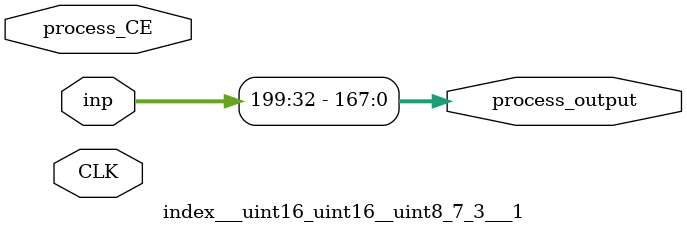
<source format=v>
module index___uint16_uint16__uint8_7_3___1(input CLK, input process_CE, input [199:0] inp, output [167:0] process_output);
parameter INSTANCE_NAME="INST";
  assign process_output = (inp[199:32]);
endmodule
</source>
